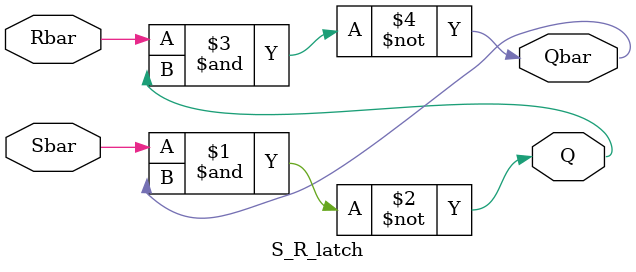
<source format=v>
module S_R_latch(Sbar, Rbar, Q, Qbar);
  input Sbar, Rbar;
  output Q, Qbar;

  nand n1(Q, Sbar, Qbar);
  nand n2(Qbar, Rbar, Q);
endmodule

</source>
